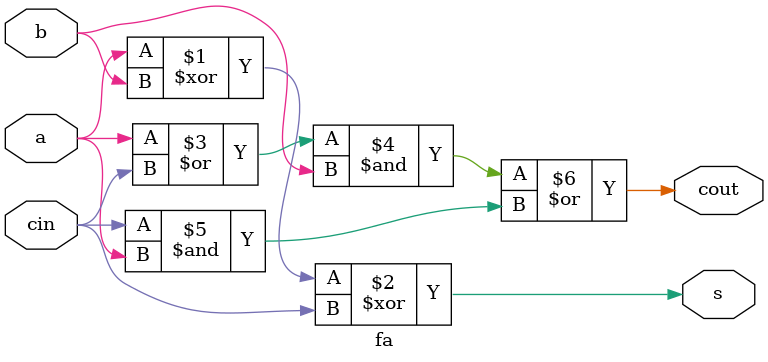
<source format=v>
module FullAdder16bit(A,B,Cin,Sum,Carry);
input [15:0] A;
input [15:0] B;
input Cin;
output [15:0] Sum;
output Carry;
wire[14:0] c;

fa fa1(Cin,A[0],B[0],Sum[0],c[0]);
fa fa2(c[0],A[1],B[1],Sum[1],c[1]);
fa fa3(c[1],A[2],B[2],Sum[2],c[2]);
fa fa4(c[2],A[3],B[3],Sum[3],c[3]);
fa fa5(c[3],A[4],B[4],Sum[4],c[4]);
fa fa6(c[4],A[5],B[5],Sum[5],c[5]);
fa fa7(c[5],A[6],B[6],Sum[6],c[6]);
fa fa8(c[6],A[7],B[7],Sum[7],c[7]);
fa fa9(c[7],A[8],B[8],Sum[8],c[8]);
fa fa10(c[8],A[9],B[9],Sum[9],c[9]);
fa fa11(c[9],A[10],B[10],Sum[10],c[10]);
fa fa12(c[10],A[11],B[11],Sum[11],c[11]);
fa fa13(c[11],A[12],B[12],Sum[12],c[12]);
fa fa14(c[12],A[13],B[13],Sum[13],c[13]);
fa fa15(c[13],A[14],B[14],Sum[14],c[14]);
fa fa16(c[14],A[15],B[15],Sum[15],Carry);
endmodule
/////////////////////////////////////////
module fa(cin,a,b,s,cout);
input a,b,cin;
output s,cout;
assign s = a^b^cin;
assign cout = ((a|cin)&b)|(cin&a);
endmodule
</source>
